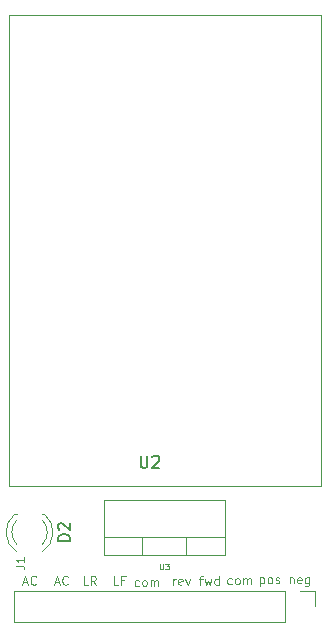
<source format=gbr>
G04 #@! TF.GenerationSoftware,KiCad,Pcbnew,5.1.5+dfsg1-2build2*
G04 #@! TF.CreationDate,2021-04-05T13:49:58+02:00*
G04 #@! TF.ProjectId,transistor_board,7472616e-7369-4737-946f-725f626f6172,rev?*
G04 #@! TF.SameCoordinates,Original*
G04 #@! TF.FileFunction,Legend,Top*
G04 #@! TF.FilePolarity,Positive*
%FSLAX46Y46*%
G04 Gerber Fmt 4.6, Leading zero omitted, Abs format (unit mm)*
G04 Created by KiCad (PCBNEW 5.1.5+dfsg1-2build2) date 2021-04-05 13:49:58*
%MOMM*%
%LPD*%
G04 APERTURE LIST*
%ADD10C,0.100000*%
%ADD11C,0.120000*%
%ADD12C,0.150000*%
%ADD13C,0.070000*%
G04 APERTURE END LIST*
D10*
X133816428Y-131538285D02*
X133816428Y-132288285D01*
X133816428Y-131574000D02*
X133887857Y-131538285D01*
X134030714Y-131538285D01*
X134102142Y-131574000D01*
X134137857Y-131609714D01*
X134173571Y-131681142D01*
X134173571Y-131895428D01*
X134137857Y-131966857D01*
X134102142Y-132002571D01*
X134030714Y-132038285D01*
X133887857Y-132038285D01*
X133816428Y-132002571D01*
X134602142Y-132038285D02*
X134530714Y-132002571D01*
X134495000Y-131966857D01*
X134459285Y-131895428D01*
X134459285Y-131681142D01*
X134495000Y-131609714D01*
X134530714Y-131574000D01*
X134602142Y-131538285D01*
X134709285Y-131538285D01*
X134780714Y-131574000D01*
X134816428Y-131609714D01*
X134852142Y-131681142D01*
X134852142Y-131895428D01*
X134816428Y-131966857D01*
X134780714Y-132002571D01*
X134709285Y-132038285D01*
X134602142Y-132038285D01*
X135137857Y-132002571D02*
X135209285Y-132038285D01*
X135352142Y-132038285D01*
X135423571Y-132002571D01*
X135459285Y-131931142D01*
X135459285Y-131895428D01*
X135423571Y-131824000D01*
X135352142Y-131788285D01*
X135245000Y-131788285D01*
X135173571Y-131752571D01*
X135137857Y-131681142D01*
X135137857Y-131645428D01*
X135173571Y-131574000D01*
X135245000Y-131538285D01*
X135352142Y-131538285D01*
X135423571Y-131574000D01*
X136338571Y-131538285D02*
X136338571Y-132038285D01*
X136338571Y-131609714D02*
X136374285Y-131574000D01*
X136445714Y-131538285D01*
X136552857Y-131538285D01*
X136624285Y-131574000D01*
X136660000Y-131645428D01*
X136660000Y-132038285D01*
X137302857Y-132002571D02*
X137231428Y-132038285D01*
X137088571Y-132038285D01*
X137017142Y-132002571D01*
X136981428Y-131931142D01*
X136981428Y-131645428D01*
X137017142Y-131574000D01*
X137088571Y-131538285D01*
X137231428Y-131538285D01*
X137302857Y-131574000D01*
X137338571Y-131645428D01*
X137338571Y-131716857D01*
X136981428Y-131788285D01*
X137981428Y-131538285D02*
X137981428Y-132145428D01*
X137945714Y-132216857D01*
X137910000Y-132252571D01*
X137838571Y-132288285D01*
X137731428Y-132288285D01*
X137660000Y-132252571D01*
X137981428Y-132002571D02*
X137910000Y-132038285D01*
X137767142Y-132038285D01*
X137695714Y-132002571D01*
X137660000Y-131966857D01*
X137624285Y-131895428D01*
X137624285Y-131681142D01*
X137660000Y-131609714D01*
X137695714Y-131574000D01*
X137767142Y-131538285D01*
X137910000Y-131538285D01*
X137981428Y-131574000D01*
X113746428Y-131951000D02*
X114103571Y-131951000D01*
X113675000Y-132165285D02*
X113925000Y-131415285D01*
X114175000Y-132165285D01*
X114853571Y-132093857D02*
X114817857Y-132129571D01*
X114710714Y-132165285D01*
X114639285Y-132165285D01*
X114532142Y-132129571D01*
X114460714Y-132058142D01*
X114425000Y-131986714D01*
X114389285Y-131843857D01*
X114389285Y-131736714D01*
X114425000Y-131593857D01*
X114460714Y-131522428D01*
X114532142Y-131451000D01*
X114639285Y-131415285D01*
X114710714Y-131415285D01*
X114817857Y-131451000D01*
X114853571Y-131486714D01*
X116413428Y-131951000D02*
X116770571Y-131951000D01*
X116342000Y-132165285D02*
X116592000Y-131415285D01*
X116842000Y-132165285D01*
X117520571Y-132093857D02*
X117484857Y-132129571D01*
X117377714Y-132165285D01*
X117306285Y-132165285D01*
X117199142Y-132129571D01*
X117127714Y-132058142D01*
X117092000Y-131986714D01*
X117056285Y-131843857D01*
X117056285Y-131736714D01*
X117092000Y-131593857D01*
X117127714Y-131522428D01*
X117199142Y-131451000D01*
X117306285Y-131415285D01*
X117377714Y-131415285D01*
X117484857Y-131451000D01*
X117520571Y-131486714D01*
X119237142Y-132165285D02*
X118880000Y-132165285D01*
X118880000Y-131415285D01*
X119915714Y-132165285D02*
X119665714Y-131808142D01*
X119487142Y-132165285D02*
X119487142Y-131415285D01*
X119772857Y-131415285D01*
X119844285Y-131451000D01*
X119880000Y-131486714D01*
X119915714Y-131558142D01*
X119915714Y-131665285D01*
X119880000Y-131736714D01*
X119844285Y-131772428D01*
X119772857Y-131808142D01*
X119487142Y-131808142D01*
X121830714Y-132165285D02*
X121473571Y-132165285D01*
X121473571Y-131415285D01*
X122330714Y-131772428D02*
X122080714Y-131772428D01*
X122080714Y-132165285D02*
X122080714Y-131415285D01*
X122437857Y-131415285D01*
X123545285Y-132234071D02*
X123473857Y-132269785D01*
X123331000Y-132269785D01*
X123259571Y-132234071D01*
X123223857Y-132198357D01*
X123188142Y-132126928D01*
X123188142Y-131912642D01*
X123223857Y-131841214D01*
X123259571Y-131805500D01*
X123331000Y-131769785D01*
X123473857Y-131769785D01*
X123545285Y-131805500D01*
X123973857Y-132269785D02*
X123902428Y-132234071D01*
X123866714Y-132198357D01*
X123831000Y-132126928D01*
X123831000Y-131912642D01*
X123866714Y-131841214D01*
X123902428Y-131805500D01*
X123973857Y-131769785D01*
X124081000Y-131769785D01*
X124152428Y-131805500D01*
X124188142Y-131841214D01*
X124223857Y-131912642D01*
X124223857Y-132126928D01*
X124188142Y-132198357D01*
X124152428Y-132234071D01*
X124081000Y-132269785D01*
X123973857Y-132269785D01*
X124545285Y-132269785D02*
X124545285Y-131769785D01*
X124545285Y-131841214D02*
X124581000Y-131805500D01*
X124652428Y-131769785D01*
X124759571Y-131769785D01*
X124831000Y-131805500D01*
X124866714Y-131876928D01*
X124866714Y-132269785D01*
X124866714Y-131876928D02*
X124902428Y-131805500D01*
X124973857Y-131769785D01*
X125081000Y-131769785D01*
X125152428Y-131805500D01*
X125188142Y-131876928D01*
X125188142Y-132269785D01*
X126466285Y-132165285D02*
X126466285Y-131665285D01*
X126466285Y-131808142D02*
X126502000Y-131736714D01*
X126537714Y-131701000D01*
X126609142Y-131665285D01*
X126680571Y-131665285D01*
X127216285Y-132129571D02*
X127144857Y-132165285D01*
X127002000Y-132165285D01*
X126930571Y-132129571D01*
X126894857Y-132058142D01*
X126894857Y-131772428D01*
X126930571Y-131701000D01*
X127002000Y-131665285D01*
X127144857Y-131665285D01*
X127216285Y-131701000D01*
X127252000Y-131772428D01*
X127252000Y-131843857D01*
X126894857Y-131915285D01*
X127502000Y-131665285D02*
X127680571Y-132165285D01*
X127859142Y-131665285D01*
X128665000Y-131665285D02*
X128950714Y-131665285D01*
X128772142Y-132165285D02*
X128772142Y-131522428D01*
X128807857Y-131451000D01*
X128879285Y-131415285D01*
X128950714Y-131415285D01*
X129129285Y-131665285D02*
X129272142Y-132165285D01*
X129415000Y-131808142D01*
X129557857Y-132165285D01*
X129700714Y-131665285D01*
X130307857Y-132165285D02*
X130307857Y-131415285D01*
X130307857Y-132129571D02*
X130236428Y-132165285D01*
X130093571Y-132165285D01*
X130022142Y-132129571D01*
X129986428Y-132093857D01*
X129950714Y-132022428D01*
X129950714Y-131808142D01*
X129986428Y-131736714D01*
X130022142Y-131701000D01*
X130093571Y-131665285D01*
X130236428Y-131665285D01*
X130307857Y-131701000D01*
X131409285Y-132083571D02*
X131337857Y-132119285D01*
X131195000Y-132119285D01*
X131123571Y-132083571D01*
X131087857Y-132047857D01*
X131052142Y-131976428D01*
X131052142Y-131762142D01*
X131087857Y-131690714D01*
X131123571Y-131655000D01*
X131195000Y-131619285D01*
X131337857Y-131619285D01*
X131409285Y-131655000D01*
X131837857Y-132119285D02*
X131766428Y-132083571D01*
X131730714Y-132047857D01*
X131695000Y-131976428D01*
X131695000Y-131762142D01*
X131730714Y-131690714D01*
X131766428Y-131655000D01*
X131837857Y-131619285D01*
X131945000Y-131619285D01*
X132016428Y-131655000D01*
X132052142Y-131690714D01*
X132087857Y-131762142D01*
X132087857Y-131976428D01*
X132052142Y-132047857D01*
X132016428Y-132083571D01*
X131945000Y-132119285D01*
X131837857Y-132119285D01*
X132409285Y-132119285D02*
X132409285Y-131619285D01*
X132409285Y-131690714D02*
X132445000Y-131655000D01*
X132516428Y-131619285D01*
X132623571Y-131619285D01*
X132695000Y-131655000D01*
X132730714Y-131726428D01*
X132730714Y-132119285D01*
X132730714Y-131726428D02*
X132766428Y-131655000D01*
X132837857Y-131619285D01*
X132945000Y-131619285D01*
X133016428Y-131655000D01*
X133052142Y-131726428D01*
X133052142Y-132119285D01*
D11*
X113220000Y-126150000D02*
X113064000Y-126150000D01*
X115536000Y-126150000D02*
X115380000Y-126150000D01*
X113220163Y-128751130D02*
G75*
G02X113220000Y-126669039I1079837J1041130D01*
G01*
X115379837Y-128751130D02*
G75*
G03X115380000Y-126669039I-1079837J1041130D01*
G01*
X113221392Y-129382335D02*
G75*
G02X113064484Y-126150000I1078608J1672335D01*
G01*
X115378608Y-129382335D02*
G75*
G03X115535516Y-126150000I-1078608J1672335D01*
G01*
X112522000Y-123825000D02*
X138938000Y-123825000D01*
X112522000Y-83947000D02*
X112522000Y-123825000D01*
X138938000Y-83947000D02*
X112522000Y-83947000D01*
X138938000Y-123825000D02*
X138938000Y-83947000D01*
X123859000Y-129635000D02*
X123859000Y-128125000D01*
X127560000Y-129635000D02*
X127560000Y-128125000D01*
X130830000Y-128125000D02*
X120590000Y-128125000D01*
X120590000Y-129635000D02*
X120590000Y-124994000D01*
X130830000Y-129635000D02*
X130830000Y-124994000D01*
X130830000Y-124994000D02*
X120590000Y-124994000D01*
X130830000Y-129635000D02*
X120590000Y-129635000D01*
X138490000Y-132655000D02*
X138490000Y-133985000D01*
X137160000Y-132655000D02*
X138490000Y-132655000D01*
X135890000Y-132655000D02*
X135890000Y-135315000D01*
X135890000Y-135315000D02*
X112970000Y-135315000D01*
X135890000Y-132655000D02*
X112970000Y-132655000D01*
X112970000Y-132655000D02*
X112970000Y-135315000D01*
D12*
X117712380Y-128448095D02*
X116712380Y-128448095D01*
X116712380Y-128210000D01*
X116760000Y-128067142D01*
X116855238Y-127971904D01*
X116950476Y-127924285D01*
X117140952Y-127876666D01*
X117283809Y-127876666D01*
X117474285Y-127924285D01*
X117569523Y-127971904D01*
X117664761Y-128067142D01*
X117712380Y-128210000D01*
X117712380Y-128448095D01*
X116807619Y-127495714D02*
X116760000Y-127448095D01*
X116712380Y-127352857D01*
X116712380Y-127114761D01*
X116760000Y-127019523D01*
X116807619Y-126971904D01*
X116902857Y-126924285D01*
X116998095Y-126924285D01*
X117140952Y-126971904D01*
X117712380Y-127543333D01*
X117712380Y-126924285D01*
X123698095Y-121245380D02*
X123698095Y-122054904D01*
X123745714Y-122150142D01*
X123793333Y-122197761D01*
X123888571Y-122245380D01*
X124079047Y-122245380D01*
X124174285Y-122197761D01*
X124221904Y-122150142D01*
X124269523Y-122054904D01*
X124269523Y-121245380D01*
X124698095Y-121340619D02*
X124745714Y-121293000D01*
X124840952Y-121245380D01*
X125079047Y-121245380D01*
X125174285Y-121293000D01*
X125221904Y-121340619D01*
X125269523Y-121435857D01*
X125269523Y-121531095D01*
X125221904Y-121673952D01*
X124650476Y-122245380D01*
X125269523Y-122245380D01*
D13*
X125329047Y-130361190D02*
X125329047Y-130765952D01*
X125352857Y-130813571D01*
X125376666Y-130837380D01*
X125424285Y-130861190D01*
X125519523Y-130861190D01*
X125567142Y-130837380D01*
X125590952Y-130813571D01*
X125614761Y-130765952D01*
X125614761Y-130361190D01*
X125805238Y-130361190D02*
X126114761Y-130361190D01*
X125948095Y-130551666D01*
X126019523Y-130551666D01*
X126067142Y-130575476D01*
X126090952Y-130599285D01*
X126114761Y-130646904D01*
X126114761Y-130765952D01*
X126090952Y-130813571D01*
X126067142Y-130837380D01*
X126019523Y-130861190D01*
X125876666Y-130861190D01*
X125829047Y-130837380D01*
X125805238Y-130813571D01*
D10*
X113154666Y-130535333D02*
X113654666Y-130535333D01*
X113754666Y-130568666D01*
X113821333Y-130635333D01*
X113854666Y-130735333D01*
X113854666Y-130802000D01*
X113854666Y-129835333D02*
X113854666Y-130235333D01*
X113854666Y-130035333D02*
X113154666Y-130035333D01*
X113254666Y-130102000D01*
X113321333Y-130168666D01*
X113354666Y-130235333D01*
M02*

</source>
